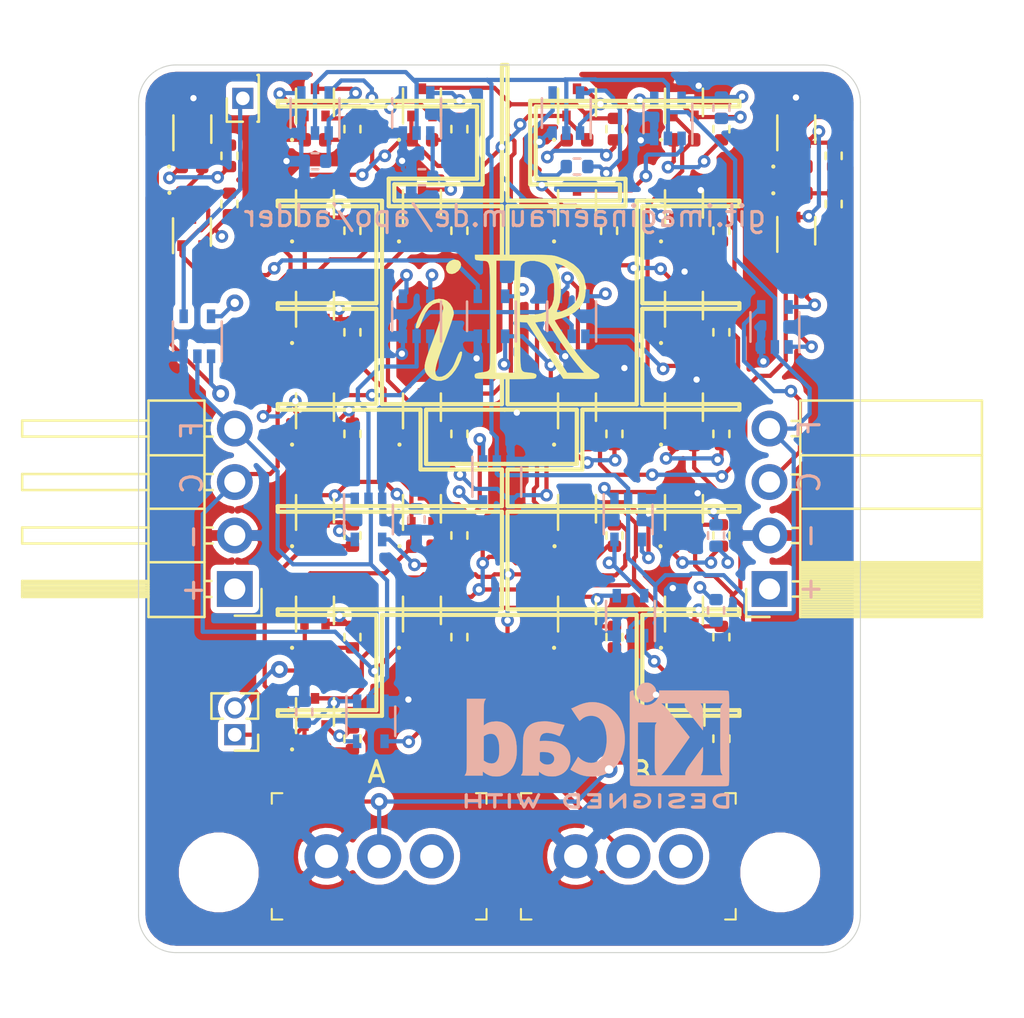
<source format=kicad_pcb>
(kicad_pcb (version 20211014) (generator pcbnew)

  (general
    (thickness 1.6)
  )

  (paper "A4")
  (layers
    (0 "F.Cu" power)
    (1 "In1.Cu" signal)
    (2 "In2.Cu" signal)
    (31 "B.Cu" power)
    (32 "B.Adhes" user "B.Adhesive")
    (33 "F.Adhes" user "F.Adhesive")
    (34 "B.Paste" user)
    (35 "F.Paste" user)
    (36 "B.SilkS" user "B.Silkscreen")
    (37 "F.SilkS" user "F.Silkscreen")
    (38 "B.Mask" user)
    (39 "F.Mask" user)
    (40 "Dwgs.User" user "User.Drawings")
    (41 "Cmts.User" user "User.Comments")
    (42 "Eco1.User" user "User.Eco1")
    (43 "Eco2.User" user "User.Eco2")
    (44 "Edge.Cuts" user)
    (45 "Margin" user)
    (46 "B.CrtYd" user "B.Courtyard")
    (47 "F.CrtYd" user "F.Courtyard")
    (48 "B.Fab" user)
    (49 "F.Fab" user)
  )

  (setup
    (pad_to_mask_clearance 0)
    (aux_axis_origin 87.63 98.044)
    (grid_origin 87.63 98.044)
    (pcbplotparams
      (layerselection 0x00010fc_ffffffff)
      (disableapertmacros false)
      (usegerberextensions false)
      (usegerberattributes true)
      (usegerberadvancedattributes true)
      (creategerberjobfile true)
      (svguseinch false)
      (svgprecision 6)
      (excludeedgelayer true)
      (plotframeref false)
      (viasonmask false)
      (mode 1)
      (useauxorigin false)
      (hpglpennumber 1)
      (hpglpenspeed 20)
      (hpglpendiameter 15.000000)
      (dxfpolygonmode true)
      (dxfimperialunits true)
      (dxfusepcbnewfont true)
      (psnegative false)
      (psa4output false)
      (plotreference true)
      (plotvalue true)
      (plotinvisibletext false)
      (sketchpadsonfab false)
      (subtractmaskfromsilk false)
      (outputformat 1)
      (mirror false)
      (drillshape 0)
      (scaleselection 1)
      (outputdirectory "/tmp/adder_gerber")
    )
  )

  (net 0 "")
  (net 1 "GND")
  (net 2 "VCC")
  (net 3 "/A")
  (net 4 "/Cin")
  (net 5 "/B")
  (net 6 "Net-(D1-Pad2)")
  (net 7 "Net-(D2-Pad2)")
  (net 8 "Net-(D3-Pad2)")
  (net 9 "Net-(D4-Pad2)")
  (net 10 "Net-(D5-Pad2)")
  (net 11 "Net-(D6-Pad1)")
  (net 12 "Net-(D7-Pad1)")
  (net 13 "Net-(D8-Pad1)")
  (net 14 "Net-(D9-Pad1)")
  (net 15 "Net-(D10-Pad1)")
  (net 16 "/Sheet617F1E56/drain")
  (net 17 "/Sheet617F49C8/drain")
  (net 18 "/Sheet617F77F7/out")
  (net 19 "/Sheet617FA69D/drain")
  (net 20 "/Sheet617F9D74/out")
  (net 21 "/sheet618026B1/out")
  (net 22 "/sheet61802BA6/out")
  (net 23 "/sheet61801675/drain")
  (net 24 "/sheet618020C7/drain")
  (net 25 "CK")
  (net 26 "Net-(D11-Pad2)")
  (net 27 "/Coutinv")
  (net 28 "Net-(D12-Pad2)")
  (net 29 "Net-(D13-Pad2)")
  (net 30 "Net-(D14-Pad2)")
  (net 31 "Net-(D15-Pad2)")
  (net 32 "Net-(D16-Pad1)")
  (net 33 "Net-(D17-Pad1)")
  (net 34 "Net-(D18-Pad1)")
  (net 35 "Net-(D19-Pad1)")
  (net 36 "Net-(D20-Pad1)")
  (net 37 "Net-(D21-Pad2)")
  (net 38 "Net-(D22-Pad2)")
  (net 39 "Net-(D23-Pad2)")
  (net 40 "Net-(D24-Pad1)")
  (net 41 "Net-(D25-Pad1)")
  (net 42 "Net-(D26-Pad1)")
  (net 43 "Net-(D27-Pad2)")
  (net 44 "/Sinv")
  (net 45 "Net-(D28-Pad1)")
  (net 46 "/Cout")
  (net 47 "/sheet617EA114/drain")
  (net 48 "/sheet617EB753/drain")
  (net 49 "/sheet617F0BFA/out")
  (net 50 "/sheet617EF79C/drain")
  (net 51 "/sheet61827E81/out")
  (net 52 "/sheet617F3F23/drain")
  (net 53 "/sheet6188A621/source")
  (net 54 "/sheet6188A621/drain")
  (net 55 "/sheet6189E1B4/out")
  (net 56 "/sheet6188F5B8/drain")
  (net 57 "/sheet618AD770/out")
  (net 58 "/sheet6191B1A0/in")
  (net 59 "/sheet619022FA/drain")
  (net 60 "/sheet61921360/in")
  (net 61 "/sheet619022FB/drain")
  (net 62 "/sheet6196C11E/drain")
  (net 63 "/S")

  (footprint "LED_SMD:LED_0402_1005Metric" (layer "F.Cu") (at 135.001 110.2995))

  (footprint "LED_SMD:LED_0402_1005Metric" (layer "F.Cu") (at 135.001 105.4735))

  (footprint "LED_SMD:LED_0402_1005Metric" (layer "F.Cu") (at 135.001 100.6475))

  (footprint "LED_SMD:LED_0402_1005Metric" (layer "F.Cu") (at 140.104 100.6475))

  (footprint "Resistor_SMD:R_0402_1005Metric" (layer "F.Cu") (at 136.779 100.1395 90))

  (footprint "Resistor_SMD:R_0402_1005Metric" (layer "F.Cu") (at 141.859 104.9655 90))

  (footprint "Resistor_SMD:R_0402_1005Metric" (layer "F.Cu") (at 141.859 100.1395 90))

  (footprint "Resistor_SMD:R_0402_1005Metric" (layer "F.Cu") (at 136.779 109.7915 90))

  (footprint "Package_TO_SOT_SMD:SOT-523" (layer "F.Cu") (at 147.447 103.6955 90))

  (footprint "LED_SMD:LED_0402_1005Metric" (layer "F.Cu") (at 147.47 100.6475))

  (footprint "Package_TO_SOT_SMD:SOT-523" (layer "F.Cu") (at 147.447 98.8695 90))

  (footprint "LED_SMD:LED_0402_1005Metric" (layer "F.Cu") (at 152.527 105.4735))

  (footprint "Package_TO_SOT_SMD:SOT-523" (layer "F.Cu") (at 152.527 98.8695 90))

  (footprint "Resistor_SMD:R_0402_1005Metric" (layer "F.Cu") (at 154.305 100.1395 -90))

  (footprint "Resistor_SMD:R_0402_1005Metric" (layer "F.Cu") (at 154.305 104.9655 -90))

  (footprint "LED_SMD:LED_0402_1005Metric" (layer "F.Cu") (at 152.504 100.6475))

  (footprint "LED_SMD:LED_0402_1005Metric" (layer "F.Cu") (at 152.55 110.2995))

  (footprint "Package_TO_SOT_SMD:SOT-523" (layer "F.Cu") (at 152.527 103.6955 90))

  (footprint "Package_TO_SOT_SMD:SOT-523" (layer "F.Cu") (at 152.599 108.5215 90))

  (footprint "Resistor_SMD:R_0402_1005Metric" (layer "F.Cu") (at 154.305 109.7915 -90))

  (footprint "Resistor_SMD:R_0402_1005Metric" (layer "F.Cu") (at 149.225 104.9655 -90))

  (footprint "LED_SMD:LED_0402_1005Metric" (layer "F.Cu") (at 147.447 105.4735))

  (footprint "digikey-footprints:PinHeader_1x3_P2.5mm_Drill1.1mm" (layer "F.Cu") (at 135.549 115.3795))

  (footprint "Package_TO_SOT_SMD:SOT-523" (layer "F.Cu") (at 135.001 108.5215 90))

  (footprint "Package_TO_SOT_SMD:SOT-523" (layer "F.Cu") (at 135.001 98.8695 90))

  (footprint "Package_TO_SOT_SMD:SOT-523" (layer "F.Cu") (at 140.081 98.8695 90))

  (footprint "Package_TO_SOT_SMD:SOT-523" (layer "F.Cu") (at 140.081 103.6955 90))

  (footprint "LED_SMD:LED_0402_1005Metric" (layer "F.Cu") (at 140.081 105.4735))

  (footprint "Package_TO_SOT_SMD:SOT-523" (layer "F.Cu") (at 135.001 103.6955 90))

  (footprint "Resistor_SMD:R_0402_1005Metric" (layer "F.Cu") (at 136.779 104.9655 90))

  (footprint "LED_SMD:LED_0402_1005Metric" (layer "F.Cu") (at 157.861 83.8835))

  (footprint "LED_SMD:LED_0402_1005Metric" (layer "F.Cu") (at 135.001 95.8215))

  (footprint "LED_SMD:LED_0402_1005Metric" (layer "F.Cu") (at 135.001 90.9955))

  (footprint "LED_SMD:LED_0402_1005Metric" (layer "F.Cu") (at 135.001 86.1695))

  (footprint "LED_SMD:LED_0402_1005Metric" (layer "F.Cu") (at 147.447 95.8215))

  (footprint "LED_SMD:LED_0402_1005Metric" (layer "F.Cu") (at 152.527 86.1695))

  (footprint "LED_SMD:LED_0402_1005Metric" (layer "F.Cu") (at 152.527 90.9955))

  (footprint "LED_SMD:LED_0402_1005Metric" (layer "F.Cu") (at 152.527 95.8215))

  (footprint "LED_SMD:LED_0402_1005Metric" (layer "F.Cu") (at 140.081 81.3435))

  (footprint "LED_SMD:LED_0402_1005Metric" (layer "F.Cu") (at 147.447 86.1695))

  (footprint "LED_SMD:LED_0402_1005Metric" (layer "F.Cu") (at 152.527 81.3435))

  (footprint "LED_SMD:LED_0402_1005Metric" (layer "F.Cu") (at 129.177 83.8635))

  (footprint "LED_SMD:LED_0402_1005Metric" (layer "F.Cu") (at 129.159 82.6135))

  (footprint "Package_TO_SOT_SMD:SOT-523" (layer "F.Cu") (at 135.001 94.0435 90))

  (footprint "Package_TO_SOT_SMD:SOT-523" (layer "F.Cu") (at 135.001 89.2175 90))

  (footprint "Package_TO_SOT_SMD:SOT-523" (layer "F.Cu") (at 135.001 84.3915 90))

  (footprint "Package_TO_SOT_SMD:SOT-523" (layer "F.Cu") (at 140.081 94.0435 90))

  (footprint "Package_TO_SOT_SMD:SOT-523" (layer "F.Cu") (at 147.447 94.0435 90))

  (footprint "Package_TO_SOT_SMD:SOT-523" (layer "F.Cu") (at 152.527 84.3915 90))

  (footprint "Package_TO_SOT_SMD:SOT-523" (layer "F.Cu") (at 140.081 84.3915 90))

  (footprint "Package_TO_SOT_SMD:SOT-523" (layer "F.Cu") (at 140.081 79.5655 90))

  (footprint "Package_TO_SOT_SMD:SOT-523" (layer "F.Cu") (at 147.447 79.5655 90))

  (footprint "Package_TO_SOT_SMD:SOT-523" (layer "F.Cu") (at 147.447 84.3915 90))

  (footprint "Package_TO_SOT_SMD:SOT-523" (layer "F.Cu") (at 152.527 79.5655 90))

  (footprint "Package_TO_SOT_SMD:SOT-523" (layer "F.Cu") (at 129.157 85.7235 90))

  (footprint "Package_TO_SOT_SMD:SOT-523" (layer "F.Cu") (at 129.175 80.8355 90))

  (footprint "Resistor_SMD:R_0402_1005Metric" (layer "F.Cu") (at 159.639 84.3935 -90))

  (footprint "Resistor_SMD:R_0402_1005Metric" (layer "F.Cu") (at 136.779 90.4875 90))

  (footprint "Resistor_SMD:R_0402_1005Metric" (layer "F.Cu") (at 136.779 85.6615 90))

  (footprint "Resistor_SMD:R_0402_1005Metric" (layer "F.Cu") (at 141.859 95.3135 90))

  (footprint "Resistor_SMD:R_0402_1005Metric" (layer "F.Cu") (at 149.225 95.3135 -90))

  (footprint "Resistor_SMD:R_0402_1005Metric" (layer "F.Cu") (at 154.305 85.6615 -90))

  (footprint "Resistor_SMD:R_0402_1005Metric" (layer "F.Cu") (at 154.305 90.4875 -90))

  (footprint "Resistor_SMD:R_0402_1005Metric" (layer "F.Cu") (at 154.305 95.3135 -90))

  (footprint "Resistor_SMD:R_0402_1005Metric" (layer "F.Cu") (at 136.779 80.8355 90))

  (footprint "Resistor_SMD:R_0402_1005Metric" (layer "F.Cu") (at 141.859 85.6615 90))

  (footprint "Resistor_SMD:R_0402_1005Metric" (layer "F.Cu") (at 141.859 80.8355 90))

  (footprint "Resistor_SMD:R_0402_1005Metric" (layer "F.Cu")
    (tedit 5F68FEEE) (tstamp 00000000-0000-0000-0000-0000617ea674)
    (at 154.305 80.8355 -90)
    (descr "Resistor SMD 0402 (1005 Metric), square (rectangular) end terminal, IPC_7351 nominal, (Body size source: IPC-SM-782 page 72, https://www.pcb-3d.com/wordpress/wp-content/uploads/ipc-sm-782a_amendment_1_and_2.pdf), generated with ki
... [831390 chars truncated]
</source>
